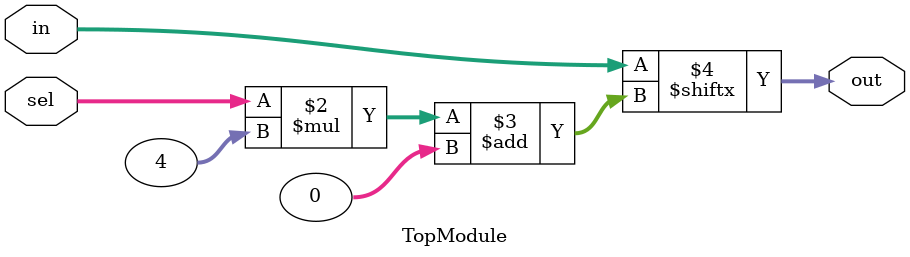
<source format=sv>
module TopModule (
    input logic [1023:0] in,    // 1024-bit input vector, unsigned
    input logic [7:0] sel,      // 8-bit selection signal, unsigned
    output logic [3:0] out       // 4-bit output vector, unsigned
);

    always @(*) begin
        out = in[(sel * 4) +: 4]; // Select 4 bits based on sel
    end

endmodule
</source>
